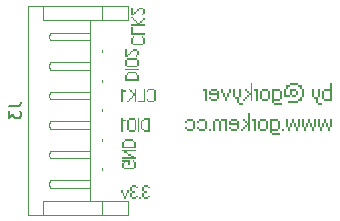
<source format=gbo>
%TF.GenerationSoftware,KiCad,Pcbnew,9.0.2*%
%TF.CreationDate,2026-01-19T19:13:51-08:00*%
%TF.ProjectId,OrreryMod,4f727265-7279-44d6-9f64-2e6b69636164,rev?*%
%TF.SameCoordinates,Original*%
%TF.FileFunction,Legend,Bot*%
%TF.FilePolarity,Positive*%
%FSLAX46Y46*%
G04 Gerber Fmt 4.6, Leading zero omitted, Abs format (unit mm)*
G04 Created by KiCad (PCBNEW 9.0.2) date 2026-01-19 19:13:51*
%MOMM*%
%LPD*%
G01*
G04 APERTURE LIST*
%ADD10C,0.100000*%
%ADD11C,0.150000*%
%ADD12C,0.120000*%
G04 APERTURE END LIST*
D10*
G36*
X84420000Y-93871039D02*
G01*
X84547555Y-93871039D01*
X84547555Y-93363014D01*
X84420000Y-93363014D01*
X84420000Y-93871039D01*
G37*
G36*
X84547555Y-93363014D02*
G01*
X84674012Y-93363014D01*
X84674012Y-93235886D01*
X84547555Y-93235886D01*
X84547555Y-93363014D01*
G37*
G36*
X84547555Y-94000000D02*
G01*
X85439958Y-94000000D01*
X85439958Y-93872871D01*
X84547555Y-93872871D01*
X84547555Y-94000000D01*
G37*
G36*
X85312402Y-93363014D02*
G01*
X85439958Y-93363014D01*
X85439958Y-93235886D01*
X85312402Y-93235886D01*
X85312402Y-93363014D01*
G37*
G36*
X85441362Y-93871039D02*
G01*
X85568918Y-93871039D01*
X85568918Y-93363014D01*
X85441362Y-93363014D01*
X85441362Y-93871039D01*
G37*
G36*
X84420000Y-93109979D02*
G01*
X85568918Y-93109979D01*
X85568918Y-92982850D01*
X84547555Y-92982850D01*
X84547555Y-92472993D01*
X84420000Y-92472993D01*
X84420000Y-93109979D01*
G37*
G36*
X84420000Y-91709979D02*
G01*
X84547555Y-91709979D01*
X84547555Y-91582850D01*
X84420000Y-91582850D01*
X84420000Y-91709979D01*
G37*
G36*
X84547555Y-91837107D02*
G01*
X84674012Y-91837107D01*
X84674012Y-91709979D01*
X84547555Y-91709979D01*
X84547555Y-91837107D01*
G37*
G36*
X84675416Y-91965823D02*
G01*
X84802972Y-91965823D01*
X84802972Y-91838939D01*
X84675416Y-91838939D01*
X84675416Y-91965823D01*
G37*
G36*
X84802972Y-92092646D02*
G01*
X84930528Y-92092646D01*
X84930528Y-91965823D01*
X84802972Y-91965823D01*
X84802972Y-92092646D01*
G37*
G36*
X85185945Y-92092646D02*
G01*
X85313501Y-92092646D01*
X85313501Y-91965823D01*
X85185945Y-91965823D01*
X85185945Y-92092646D01*
G37*
G36*
X85313501Y-91965823D02*
G01*
X85439958Y-91965823D01*
X85439958Y-91838939D01*
X85313501Y-91838939D01*
X85313501Y-91965823D01*
G37*
G36*
X84420000Y-92346964D02*
G01*
X85568918Y-92346964D01*
X85568918Y-92219836D01*
X85185945Y-92219836D01*
X85185945Y-92092646D01*
X84931933Y-92092646D01*
X84931933Y-92219836D01*
X84420000Y-92219836D01*
X84420000Y-92346964D01*
G37*
G36*
X85441362Y-91837107D02*
G01*
X85568918Y-91837107D01*
X85568918Y-91709979D01*
X85441362Y-91709979D01*
X85441362Y-91837107D01*
G37*
G36*
X84420000Y-91456943D02*
G01*
X84675416Y-91456943D01*
X84675416Y-91329815D01*
X84547555Y-91329815D01*
X84547555Y-90819958D01*
X84420000Y-90819958D01*
X84420000Y-91456943D01*
G37*
G36*
X84675416Y-91329815D02*
G01*
X84802972Y-91329815D01*
X84802972Y-91202930D01*
X84675416Y-91202930D01*
X84675416Y-91329815D01*
G37*
G36*
X84802972Y-91202930D02*
G01*
X84930528Y-91202930D01*
X84930528Y-91075802D01*
X84802972Y-91075802D01*
X84802972Y-91202930D01*
G37*
G36*
X84930528Y-91075802D02*
G01*
X85056985Y-91075802D01*
X85056985Y-90948918D01*
X84930528Y-90948918D01*
X84930528Y-91075802D01*
G37*
G36*
X85312402Y-91456943D02*
G01*
X85439958Y-91456943D01*
X85439958Y-91329815D01*
X85312402Y-91329815D01*
X85312402Y-91456943D01*
G37*
G36*
X85056985Y-90947086D02*
G01*
X85439958Y-90947086D01*
X85439958Y-90819958D01*
X85056985Y-90819958D01*
X85056985Y-90947086D01*
G37*
G36*
X85441362Y-91329815D02*
G01*
X85568918Y-91329815D01*
X85568918Y-90948918D01*
X85441362Y-90948918D01*
X85441362Y-91329815D01*
G37*
G36*
X84047555Y-96490143D02*
G01*
X84174012Y-96490143D01*
X84174012Y-96363014D01*
X84047555Y-96363014D01*
X84047555Y-96490143D01*
G37*
G36*
X84174012Y-96363014D02*
G01*
X84810997Y-96363014D01*
X84810997Y-96235886D01*
X84174012Y-96235886D01*
X84174012Y-96363014D01*
G37*
G36*
X84812402Y-96490143D02*
G01*
X84939958Y-96490143D01*
X84939958Y-96363014D01*
X84812402Y-96363014D01*
X84812402Y-96490143D01*
G37*
G36*
X83920000Y-97000000D02*
G01*
X85068918Y-97000000D01*
X85068918Y-96490143D01*
X84941362Y-96490143D01*
X84941362Y-96872871D01*
X84047555Y-96872871D01*
X84047555Y-96490143D01*
X83920000Y-96490143D01*
X83920000Y-97000000D01*
G37*
G36*
X83920000Y-96109979D02*
G01*
X85068918Y-96109979D01*
X85068918Y-95982850D01*
X83920000Y-95982850D01*
X83920000Y-96109979D01*
G37*
G36*
X83920000Y-95727006D02*
G01*
X84047555Y-95727006D01*
X84047555Y-95218981D01*
X83920000Y-95218981D01*
X83920000Y-95727006D01*
G37*
G36*
X84047555Y-95855966D02*
G01*
X84939958Y-95855966D01*
X84939958Y-95728838D01*
X84047555Y-95728838D01*
X84047555Y-95855966D01*
G37*
G36*
X84047555Y-95218981D02*
G01*
X84939958Y-95218981D01*
X84939958Y-95091852D01*
X84047555Y-95091852D01*
X84047555Y-95218981D01*
G37*
G36*
X84941362Y-95727006D02*
G01*
X85068918Y-95727006D01*
X85068918Y-95218981D01*
X84941362Y-95218981D01*
X84941362Y-95727006D01*
G37*
G36*
X83920000Y-94965945D02*
G01*
X84175416Y-94965945D01*
X84175416Y-94838817D01*
X84047555Y-94838817D01*
X84047555Y-94328960D01*
X83920000Y-94328960D01*
X83920000Y-94965945D01*
G37*
G36*
X84175416Y-94838817D02*
G01*
X84302972Y-94838817D01*
X84302972Y-94711933D01*
X84175416Y-94711933D01*
X84175416Y-94838817D01*
G37*
G36*
X84302972Y-94711933D02*
G01*
X84430528Y-94711933D01*
X84430528Y-94584804D01*
X84302972Y-94584804D01*
X84302972Y-94711933D01*
G37*
G36*
X84430528Y-94584804D02*
G01*
X84556985Y-94584804D01*
X84556985Y-94457920D01*
X84430528Y-94457920D01*
X84430528Y-94584804D01*
G37*
G36*
X84812402Y-94965945D02*
G01*
X84939958Y-94965945D01*
X84939958Y-94838817D01*
X84812402Y-94838817D01*
X84812402Y-94965945D01*
G37*
G36*
X84556985Y-94456088D02*
G01*
X84939958Y-94456088D01*
X84939958Y-94328960D01*
X84556985Y-94328960D01*
X84556985Y-94456088D01*
G37*
G36*
X84941362Y-94838817D02*
G01*
X85068918Y-94838817D01*
X85068918Y-94457920D01*
X84941362Y-94457920D01*
X84941362Y-94838817D01*
G37*
G36*
X86371039Y-98830000D02*
G01*
X86371039Y-98702444D01*
X85863014Y-98702444D01*
X85863014Y-98830000D01*
X86371039Y-98830000D01*
G37*
G36*
X85863014Y-98702444D02*
G01*
X85863014Y-98575987D01*
X85735886Y-98575987D01*
X85735886Y-98702444D01*
X85863014Y-98702444D01*
G37*
G36*
X86500000Y-98702444D02*
G01*
X86500000Y-97810041D01*
X86372871Y-97810041D01*
X86372871Y-98702444D01*
X86500000Y-98702444D01*
G37*
G36*
X85863014Y-97937597D02*
G01*
X85863014Y-97810041D01*
X85735886Y-97810041D01*
X85735886Y-97937597D01*
X85863014Y-97937597D01*
G37*
G36*
X86371039Y-97808637D02*
G01*
X86371039Y-97681081D01*
X85863014Y-97681081D01*
X85863014Y-97808637D01*
X86371039Y-97808637D01*
G37*
G36*
X85609979Y-98830000D02*
G01*
X85609979Y-97681081D01*
X85482850Y-97681081D01*
X85482850Y-98702444D01*
X84972993Y-98702444D01*
X84972993Y-98830000D01*
X85609979Y-98830000D01*
G37*
G36*
X84209979Y-98830000D02*
G01*
X84209979Y-98702444D01*
X84082850Y-98702444D01*
X84082850Y-98830000D01*
X84209979Y-98830000D01*
G37*
G36*
X84337107Y-98702444D02*
G01*
X84337107Y-98575987D01*
X84209979Y-98575987D01*
X84209979Y-98702444D01*
X84337107Y-98702444D01*
G37*
G36*
X84465823Y-98574583D02*
G01*
X84465823Y-98447027D01*
X84338939Y-98447027D01*
X84338939Y-98574583D01*
X84465823Y-98574583D01*
G37*
G36*
X84592646Y-98447027D02*
G01*
X84592646Y-98319471D01*
X84465823Y-98319471D01*
X84465823Y-98447027D01*
X84592646Y-98447027D01*
G37*
G36*
X84592646Y-98064054D02*
G01*
X84592646Y-97936498D01*
X84465823Y-97936498D01*
X84465823Y-98064054D01*
X84592646Y-98064054D01*
G37*
G36*
X84465823Y-97936498D02*
G01*
X84465823Y-97810041D01*
X84338939Y-97810041D01*
X84338939Y-97936498D01*
X84465823Y-97936498D01*
G37*
G36*
X84846964Y-98830000D02*
G01*
X84846964Y-97681081D01*
X84719836Y-97681081D01*
X84719836Y-98064054D01*
X84592646Y-98064054D01*
X84592646Y-98318066D01*
X84719836Y-98318066D01*
X84719836Y-98830000D01*
X84846964Y-98830000D01*
G37*
G36*
X84337107Y-97808637D02*
G01*
X84337107Y-97681081D01*
X84209979Y-97681081D01*
X84209979Y-97808637D01*
X84337107Y-97808637D01*
G37*
G36*
X83702930Y-98830000D02*
G01*
X83702930Y-97937597D01*
X83956943Y-97937597D01*
X83956943Y-97810041D01*
X83702930Y-97810041D01*
X83702930Y-97681081D01*
X83575802Y-97681081D01*
X83575802Y-98830000D01*
X83702930Y-98830000D01*
G37*
G36*
X85490143Y-101202444D02*
G01*
X85490143Y-101075987D01*
X85363014Y-101075987D01*
X85363014Y-101202444D01*
X85490143Y-101202444D01*
G37*
G36*
X85363014Y-101075987D02*
G01*
X85363014Y-100439002D01*
X85235886Y-100439002D01*
X85235886Y-101075987D01*
X85363014Y-101075987D01*
G37*
G36*
X85490143Y-100437597D02*
G01*
X85490143Y-100310041D01*
X85363014Y-100310041D01*
X85363014Y-100437597D01*
X85490143Y-100437597D01*
G37*
G36*
X86000000Y-101330000D02*
G01*
X86000000Y-100181081D01*
X85490143Y-100181081D01*
X85490143Y-100308637D01*
X85872871Y-100308637D01*
X85872871Y-101202444D01*
X85490143Y-101202444D01*
X85490143Y-101330000D01*
X86000000Y-101330000D01*
G37*
G36*
X85109979Y-101330000D02*
G01*
X85109979Y-100181081D01*
X84982850Y-100181081D01*
X84982850Y-101330000D01*
X85109979Y-101330000D01*
G37*
G36*
X84727006Y-101330000D02*
G01*
X84727006Y-101202444D01*
X84218981Y-101202444D01*
X84218981Y-101330000D01*
X84727006Y-101330000D01*
G37*
G36*
X84855966Y-101202444D02*
G01*
X84855966Y-100310041D01*
X84728838Y-100310041D01*
X84728838Y-101202444D01*
X84855966Y-101202444D01*
G37*
G36*
X84218981Y-101202444D02*
G01*
X84218981Y-100310041D01*
X84091852Y-100310041D01*
X84091852Y-101202444D01*
X84218981Y-101202444D01*
G37*
G36*
X84727006Y-100308637D02*
G01*
X84727006Y-100181081D01*
X84218981Y-100181081D01*
X84218981Y-100308637D01*
X84727006Y-100308637D01*
G37*
G36*
X83711933Y-101330000D02*
G01*
X83711933Y-100437597D01*
X83965945Y-100437597D01*
X83965945Y-100310041D01*
X83711933Y-100310041D01*
X83711933Y-100181081D01*
X83584804Y-100181081D01*
X83584804Y-101330000D01*
X83711933Y-101330000D01*
G37*
G36*
X83670000Y-104372871D02*
G01*
X83797555Y-104372871D01*
X83797555Y-103991974D01*
X83670000Y-103991974D01*
X83670000Y-104372871D01*
G37*
G36*
X83670000Y-103863014D02*
G01*
X83797555Y-103863014D01*
X83797555Y-103991974D01*
X83924012Y-103991974D01*
X83924012Y-103863014D01*
X84179429Y-103863014D01*
X84179429Y-104118797D01*
X84306985Y-104118797D01*
X84306985Y-103735886D01*
X83670000Y-103735886D01*
X83670000Y-103863014D01*
G37*
G36*
X83797555Y-104500000D02*
G01*
X84689958Y-104500000D01*
X84689958Y-104372871D01*
X83797555Y-104372871D01*
X83797555Y-104500000D01*
G37*
G36*
X84562402Y-103863014D02*
G01*
X84689958Y-103863014D01*
X84689958Y-103735886D01*
X84562402Y-103735886D01*
X84562402Y-103863014D01*
G37*
G36*
X84691362Y-104372871D02*
G01*
X84818918Y-104372871D01*
X84818918Y-103864846D01*
X84691362Y-103864846D01*
X84691362Y-104372871D01*
G37*
G36*
X84052972Y-103228838D02*
G01*
X84180528Y-103228838D01*
X84180528Y-103101953D01*
X84052972Y-103101953D01*
X84052972Y-103228838D01*
G37*
G36*
X84181933Y-103355661D02*
G01*
X84435945Y-103355661D01*
X84435945Y-103228838D01*
X84181933Y-103228838D01*
X84181933Y-103355661D01*
G37*
G36*
X83670000Y-103609979D02*
G01*
X84818918Y-103609979D01*
X84818918Y-103482850D01*
X84689958Y-103482850D01*
X84689958Y-103355661D01*
X84435945Y-103355661D01*
X84435945Y-103482850D01*
X83670000Y-103482850D01*
X83670000Y-103609979D01*
G37*
G36*
X83670000Y-102972993D02*
G01*
X83798960Y-102972993D01*
X83798960Y-103101953D01*
X84052972Y-103101953D01*
X84052972Y-102972993D01*
X84818918Y-102972993D01*
X84818918Y-102845865D01*
X83670000Y-102845865D01*
X83670000Y-102972993D01*
G37*
G36*
X83797555Y-102210101D02*
G01*
X83924012Y-102210101D01*
X83924012Y-102082972D01*
X83797555Y-102082972D01*
X83797555Y-102210101D01*
G37*
G36*
X83924012Y-102082972D02*
G01*
X84560997Y-102082972D01*
X84560997Y-101955844D01*
X83924012Y-101955844D01*
X83924012Y-102082972D01*
G37*
G36*
X84562402Y-102210101D02*
G01*
X84689958Y-102210101D01*
X84689958Y-102082972D01*
X84562402Y-102082972D01*
X84562402Y-102210101D01*
G37*
G36*
X83670000Y-102719958D02*
G01*
X84818918Y-102719958D01*
X84818918Y-102210101D01*
X84691362Y-102210101D01*
X84691362Y-102592829D01*
X83797555Y-102592829D01*
X83797555Y-102210101D01*
X83670000Y-102210101D01*
X83670000Y-102719958D01*
G37*
G36*
X85872871Y-106970000D02*
G01*
X85872871Y-106842444D01*
X85491974Y-106842444D01*
X85491974Y-106970000D01*
X85872871Y-106970000D01*
G37*
G36*
X86000000Y-106842444D02*
G01*
X86000000Y-106715987D01*
X85872871Y-106715987D01*
X85872871Y-106842444D01*
X86000000Y-106842444D01*
G37*
G36*
X85490143Y-106842444D02*
G01*
X85490143Y-106459471D01*
X85363014Y-106459471D01*
X85363014Y-106842444D01*
X85490143Y-106842444D01*
G37*
G36*
X85745987Y-106459471D02*
G01*
X85745987Y-106333014D01*
X85491974Y-106333014D01*
X85491974Y-106459471D01*
X85745987Y-106459471D01*
G37*
G36*
X86000000Y-106077597D02*
G01*
X86000000Y-105950041D01*
X85872871Y-105950041D01*
X85872871Y-106077597D01*
X86000000Y-106077597D01*
G37*
G36*
X85490143Y-106333014D02*
G01*
X85490143Y-105950041D01*
X85363014Y-105950041D01*
X85363014Y-106333014D01*
X85490143Y-106333014D01*
G37*
G36*
X85872871Y-105948637D02*
G01*
X85872871Y-105821081D01*
X85491974Y-105821081D01*
X85491974Y-105948637D01*
X85872871Y-105948637D01*
G37*
G36*
X85236985Y-106970000D02*
G01*
X85236985Y-106842444D01*
X85109856Y-106842444D01*
X85109856Y-106970000D01*
X85236985Y-106970000D01*
G37*
G36*
X84855844Y-106970000D02*
G01*
X84855844Y-106842444D01*
X84474947Y-106842444D01*
X84474947Y-106970000D01*
X84855844Y-106970000D01*
G37*
G36*
X84982972Y-106842444D02*
G01*
X84982972Y-106715987D01*
X84855844Y-106715987D01*
X84855844Y-106842444D01*
X84982972Y-106842444D01*
G37*
G36*
X84473115Y-106842444D02*
G01*
X84473115Y-106459471D01*
X84345987Y-106459471D01*
X84345987Y-106842444D01*
X84473115Y-106842444D01*
G37*
G36*
X84728960Y-106459471D02*
G01*
X84728960Y-106333014D01*
X84474947Y-106333014D01*
X84474947Y-106459471D01*
X84728960Y-106459471D01*
G37*
G36*
X84982972Y-106077597D02*
G01*
X84982972Y-105950041D01*
X84855844Y-105950041D01*
X84855844Y-106077597D01*
X84982972Y-106077597D01*
G37*
G36*
X84473115Y-106333014D02*
G01*
X84473115Y-105950041D01*
X84345987Y-105950041D01*
X84345987Y-106333014D01*
X84473115Y-106333014D01*
G37*
G36*
X84855844Y-105948637D02*
G01*
X84855844Y-105821081D01*
X84474947Y-105821081D01*
X84474947Y-105948637D01*
X84855844Y-105948637D01*
G37*
G36*
X83965945Y-106970000D02*
G01*
X83965945Y-106715987D01*
X83838817Y-106715987D01*
X83838817Y-106970000D01*
X83965945Y-106970000D01*
G37*
G36*
X84092829Y-106715987D02*
G01*
X84092829Y-106461974D01*
X83965945Y-106461974D01*
X83965945Y-106715987D01*
X84092829Y-106715987D01*
G37*
G36*
X83838817Y-106715987D02*
G01*
X83838817Y-106461974D01*
X83711933Y-106461974D01*
X83711933Y-106715987D01*
X83838817Y-106715987D01*
G37*
G36*
X84219958Y-106458066D02*
G01*
X84219958Y-106204054D01*
X84092829Y-106204054D01*
X84092829Y-106458066D01*
X84219958Y-106458066D01*
G37*
G36*
X83710101Y-106458066D02*
G01*
X83710101Y-106204054D01*
X83582972Y-106204054D01*
X83582972Y-106458066D01*
X83710101Y-106458066D01*
G37*
G36*
X101416102Y-97212648D02*
G01*
X101248216Y-97212648D01*
X101248216Y-97716765D01*
X100744556Y-97716765D01*
X100744556Y-97886758D01*
X100576670Y-97886758D01*
X100576670Y-98555006D01*
X100744556Y-98555006D01*
X100744556Y-97886758D01*
X101248216Y-97886758D01*
X101248216Y-98555006D01*
X100744556Y-98555006D01*
X100744556Y-98725000D01*
X101416102Y-98725000D01*
X101416102Y-97212648D01*
G37*
G36*
X100241447Y-98385013D02*
G01*
X100409333Y-98390875D01*
X100409333Y-97716765D01*
X100241447Y-97716765D01*
X100241447Y-98385013D01*
X99905674Y-98390875D01*
X99905674Y-98560868D01*
X100073560Y-98560868D01*
X100073560Y-98889131D01*
X100241447Y-98889131D01*
X100241447Y-98385013D01*
G37*
G36*
X99905674Y-97716765D02*
G01*
X99737787Y-97716765D01*
X99737787Y-98385013D01*
X99905674Y-98390875D01*
X99905674Y-97716765D01*
G37*
G36*
X100577128Y-98889131D02*
G01*
X100241447Y-98889131D01*
X100241447Y-99059124D01*
X100577128Y-99059124D01*
X100577128Y-98889131D01*
G37*
G36*
X97891769Y-97382641D02*
G01*
X98563315Y-97382641D01*
X98563315Y-97212648D01*
X97891769Y-97212648D01*
X97891769Y-97382641D01*
X97555997Y-97382641D01*
X97555997Y-97716765D01*
X97388110Y-97716765D01*
X97388110Y-98390875D01*
X97891769Y-98390875D01*
X97891769Y-98220882D01*
X98059656Y-98220882D01*
X98059656Y-97886758D01*
X98395429Y-97886758D01*
X98395429Y-97716765D01*
X97891769Y-97716765D01*
X97891769Y-98220882D01*
X97555997Y-98220882D01*
X97555997Y-97716765D01*
X97723883Y-97716765D01*
X97723883Y-97552634D01*
X97891769Y-97552634D01*
X97891769Y-97382641D01*
G37*
G36*
X98899088Y-98390875D02*
G01*
X99066974Y-98390875D01*
X99066974Y-97716765D01*
X98899088Y-97716765D01*
X98899088Y-98390875D01*
X98731202Y-98390875D01*
X98731202Y-98555006D01*
X98563315Y-98555006D01*
X98563315Y-98725000D01*
X97723883Y-98725000D01*
X97723883Y-98894993D01*
X98563315Y-98894993D01*
X98563315Y-98725000D01*
X98899088Y-98725000D01*
X98899088Y-98390875D01*
G37*
G36*
X98563315Y-97886758D02*
G01*
X98395429Y-97886758D01*
X98395429Y-98220882D01*
X98059656Y-98220882D01*
X98059656Y-98390875D01*
X98395429Y-98390875D01*
X98395429Y-98220882D01*
X98563315Y-98220882D01*
X98563315Y-97886758D01*
G37*
G36*
X98899088Y-97382641D02*
G01*
X98563315Y-97382641D01*
X98563315Y-97552634D01*
X98731202Y-97552634D01*
X98731202Y-97716765D01*
X98899088Y-97716765D01*
X98899088Y-97382641D01*
G37*
G36*
X97051147Y-98555006D02*
G01*
X97219033Y-98555006D01*
X97219033Y-97886758D01*
X97051147Y-97886758D01*
X97051147Y-98555006D01*
X96547487Y-98555006D01*
X96547487Y-97886758D01*
X97051147Y-97886758D01*
X97051147Y-97716765D01*
X96379601Y-97716765D01*
X96379601Y-98889131D01*
X96547487Y-98889131D01*
X96547487Y-98725000D01*
X97051147Y-98725000D01*
X97051147Y-98555006D01*
G37*
G36*
X97219033Y-98889131D02*
G01*
X96547487Y-98889131D01*
X96547487Y-99059124D01*
X97219033Y-99059124D01*
X97219033Y-98889131D01*
G37*
G36*
X96212264Y-97886758D02*
G01*
X96044378Y-97886758D01*
X96044378Y-98555006D01*
X96212264Y-98555006D01*
X96212264Y-97886758D01*
G37*
G36*
X96044378Y-98555006D02*
G01*
X95540718Y-98555006D01*
X95540718Y-98725000D01*
X96044378Y-98725000D01*
X96044378Y-98555006D01*
G37*
G36*
X96044378Y-97716765D02*
G01*
X95540718Y-97716765D01*
X95540718Y-97886758D01*
X96044378Y-97886758D01*
X96044378Y-97716765D01*
G37*
G36*
X95540718Y-97886758D02*
G01*
X95372832Y-97886758D01*
X95372832Y-98555006D01*
X95540718Y-98555006D01*
X95540718Y-97886758D01*
G37*
G36*
X95205495Y-97716765D02*
G01*
X94869722Y-97716765D01*
X94869722Y-97886758D01*
X95037609Y-97886758D01*
X95037609Y-98725000D01*
X95205495Y-98725000D01*
X95205495Y-97716765D01*
G37*
G36*
X94367070Y-98220882D02*
G01*
X94534957Y-98220882D01*
X94534957Y-98725000D01*
X94702843Y-98725000D01*
X94702843Y-97212648D01*
X94534957Y-97212648D01*
X94534957Y-98050889D01*
X94367070Y-98050889D01*
X94367070Y-98220882D01*
X94199184Y-98220882D01*
X94199184Y-98390875D01*
X94031297Y-98385013D01*
X94031297Y-98555006D01*
X93863411Y-98555006D01*
X93863411Y-98725000D01*
X94031297Y-98725000D01*
X94031297Y-98555006D01*
X94199184Y-98555006D01*
X94199184Y-98385013D01*
X94367070Y-98390875D01*
X94367070Y-98220882D01*
G37*
G36*
X94199184Y-97716765D02*
G01*
X94031297Y-97716765D01*
X94031297Y-97886758D01*
X94199184Y-97886758D01*
X94199184Y-97716765D01*
G37*
G36*
X94367070Y-97886758D02*
G01*
X94199184Y-97886758D01*
X94199184Y-98050889D01*
X94367070Y-98050889D01*
X94367070Y-97886758D01*
G37*
G36*
X93528188Y-98385013D02*
G01*
X93696074Y-98390875D01*
X93696074Y-97716765D01*
X93528188Y-97716765D01*
X93528188Y-98385013D01*
X93192415Y-98390875D01*
X93192415Y-98560868D01*
X93360301Y-98560868D01*
X93360301Y-98889131D01*
X93528188Y-98889131D01*
X93528188Y-98385013D01*
G37*
G36*
X93192415Y-97716765D02*
G01*
X93024528Y-97716765D01*
X93024528Y-98385013D01*
X93192415Y-98390875D01*
X93192415Y-97716765D01*
G37*
G36*
X93863869Y-98889131D02*
G01*
X93528188Y-98889131D01*
X93528188Y-99059124D01*
X93863869Y-99059124D01*
X93863869Y-98889131D01*
G37*
G36*
X92856367Y-97716765D02*
G01*
X92688481Y-97716765D01*
X92688481Y-98050889D01*
X92856367Y-98050889D01*
X92856367Y-97716765D01*
G37*
G36*
X92688481Y-98050889D02*
G01*
X92520594Y-98056751D01*
X92520594Y-98390875D01*
X92688481Y-98390875D01*
X92688481Y-98050889D01*
G37*
G36*
X92520594Y-98390875D02*
G01*
X92352708Y-98390875D01*
X92352708Y-98725000D01*
X92520594Y-98725000D01*
X92520594Y-98390875D01*
G37*
G36*
X92352708Y-98050889D02*
G01*
X92184822Y-98056751D01*
X92184822Y-98390875D01*
X92352708Y-98390875D01*
X92352708Y-98050889D01*
G37*
G36*
X92184822Y-97716765D02*
G01*
X92016935Y-97716765D01*
X92016935Y-98050889D01*
X92184822Y-98056751D01*
X92184822Y-97716765D01*
G37*
G36*
X91681712Y-98555006D02*
G01*
X91849598Y-98555006D01*
X91849598Y-97886758D01*
X91681712Y-97886758D01*
X91681712Y-98050889D01*
X91178053Y-98050889D01*
X91178053Y-97886758D01*
X91681712Y-97886758D01*
X91681712Y-97716765D01*
X91178053Y-97716765D01*
X91178053Y-97886758D01*
X91010166Y-97886758D01*
X91010166Y-98220882D01*
X91681712Y-98220882D01*
X91681712Y-98555006D01*
X91178053Y-98555006D01*
X91178053Y-98725000D01*
X91681712Y-98725000D01*
X91681712Y-98555006D01*
G37*
G36*
X91178053Y-98385013D02*
G01*
X91010166Y-98385013D01*
X91010166Y-98555006D01*
X91178053Y-98555006D01*
X91178053Y-98385013D01*
G37*
G36*
X90842829Y-97716765D02*
G01*
X90507056Y-97716765D01*
X90507056Y-97886758D01*
X90674943Y-97886758D01*
X90674943Y-98725000D01*
X90842829Y-98725000D01*
X90842829Y-97716765D01*
G37*
G36*
X101416102Y-100236765D02*
G01*
X101248216Y-100236765D01*
X101248216Y-100910875D01*
X101416102Y-100910875D01*
X101416102Y-100236765D01*
G37*
G36*
X101248216Y-100910875D02*
G01*
X101080329Y-100910875D01*
X101080329Y-101245000D01*
X101248216Y-101245000D01*
X101248216Y-100910875D01*
G37*
G36*
X101080329Y-100570889D02*
G01*
X100912443Y-100570889D01*
X100912443Y-100910875D01*
X101080329Y-100910875D01*
X101080329Y-100570889D01*
G37*
G36*
X100912443Y-100236765D02*
G01*
X100744556Y-100236765D01*
X100744556Y-100570889D01*
X100912443Y-100570889D01*
X100912443Y-100236765D01*
G37*
G36*
X100744556Y-100570889D02*
G01*
X100576670Y-100570889D01*
X100576670Y-100910875D01*
X100744556Y-100910875D01*
X100744556Y-100570889D01*
G37*
G36*
X100576670Y-100910875D02*
G01*
X100408784Y-100910875D01*
X100408784Y-101245000D01*
X100576670Y-101245000D01*
X100576670Y-100910875D01*
G37*
G36*
X100408784Y-100236765D02*
G01*
X100240897Y-100236765D01*
X100240897Y-100910875D01*
X100408784Y-100910875D01*
X100408784Y-100236765D01*
G37*
G36*
X100072278Y-100236765D02*
G01*
X99904392Y-100236765D01*
X99904392Y-100910875D01*
X100072278Y-100910875D01*
X100072278Y-100236765D01*
G37*
G36*
X99904392Y-100910875D02*
G01*
X99736505Y-100910875D01*
X99736505Y-101245000D01*
X99904392Y-101245000D01*
X99904392Y-100910875D01*
G37*
G36*
X99736505Y-100570889D02*
G01*
X99568619Y-100570889D01*
X99568619Y-100910875D01*
X99736505Y-100910875D01*
X99736505Y-100570889D01*
G37*
G36*
X99568619Y-100236765D02*
G01*
X99400732Y-100236765D01*
X99400732Y-100570889D01*
X99568619Y-100570889D01*
X99568619Y-100236765D01*
G37*
G36*
X99400732Y-100570889D02*
G01*
X99232846Y-100570889D01*
X99232846Y-100910875D01*
X99400732Y-100910875D01*
X99400732Y-100570889D01*
G37*
G36*
X99232846Y-100910875D02*
G01*
X99064959Y-100910875D01*
X99064959Y-101245000D01*
X99232846Y-101245000D01*
X99232846Y-100910875D01*
G37*
G36*
X99064959Y-100236765D02*
G01*
X98897073Y-100236765D01*
X98897073Y-100910875D01*
X99064959Y-100910875D01*
X99064959Y-100236765D01*
G37*
G36*
X98728454Y-100236765D02*
G01*
X98560567Y-100236765D01*
X98560567Y-100910875D01*
X98728454Y-100910875D01*
X98728454Y-100236765D01*
G37*
G36*
X98560567Y-100910875D02*
G01*
X98392681Y-100910875D01*
X98392681Y-101245000D01*
X98560567Y-101245000D01*
X98560567Y-100910875D01*
G37*
G36*
X98392681Y-100570889D02*
G01*
X98224795Y-100570889D01*
X98224795Y-100910875D01*
X98392681Y-100910875D01*
X98392681Y-100570889D01*
G37*
G36*
X98224795Y-100236765D02*
G01*
X98056908Y-100236765D01*
X98056908Y-100570889D01*
X98224795Y-100570889D01*
X98224795Y-100236765D01*
G37*
G36*
X98056908Y-100570889D02*
G01*
X97889022Y-100570889D01*
X97889022Y-100910875D01*
X98056908Y-100910875D01*
X98056908Y-100570889D01*
G37*
G36*
X97889022Y-100910875D02*
G01*
X97721135Y-100910875D01*
X97721135Y-101245000D01*
X97889022Y-101245000D01*
X97889022Y-100910875D01*
G37*
G36*
X97721135Y-100236765D02*
G01*
X97553249Y-100236765D01*
X97553249Y-100910875D01*
X97721135Y-100910875D01*
X97721135Y-100236765D01*
G37*
G36*
X97384630Y-101075006D02*
G01*
X97216743Y-101075006D01*
X97216743Y-101245000D01*
X97384630Y-101245000D01*
X97384630Y-101075006D01*
G37*
G36*
X96881154Y-101075006D02*
G01*
X97049040Y-101075006D01*
X97049040Y-100406758D01*
X96881154Y-100406758D01*
X96881154Y-101075006D01*
X96377494Y-101075006D01*
X96377494Y-100406758D01*
X96881154Y-100406758D01*
X96881154Y-100236765D01*
X96209608Y-100236765D01*
X96209608Y-101409131D01*
X96377494Y-101409131D01*
X96377494Y-101245000D01*
X96881154Y-101245000D01*
X96881154Y-101075006D01*
G37*
G36*
X97049040Y-101409131D02*
G01*
X96377494Y-101409131D01*
X96377494Y-101579124D01*
X97049040Y-101579124D01*
X97049040Y-101409131D01*
G37*
G36*
X96042271Y-100406758D02*
G01*
X95874385Y-100406758D01*
X95874385Y-101075006D01*
X96042271Y-101075006D01*
X96042271Y-100406758D01*
G37*
G36*
X95874385Y-101075006D02*
G01*
X95370725Y-101075006D01*
X95370725Y-101245000D01*
X95874385Y-101245000D01*
X95874385Y-101075006D01*
G37*
G36*
X95874385Y-100236765D02*
G01*
X95370725Y-100236765D01*
X95370725Y-100406758D01*
X95874385Y-100406758D01*
X95874385Y-100236765D01*
G37*
G36*
X95370725Y-100406758D02*
G01*
X95202839Y-100406758D01*
X95202839Y-101075006D01*
X95370725Y-101075006D01*
X95370725Y-100406758D01*
G37*
G36*
X95035502Y-100236765D02*
G01*
X94699729Y-100236765D01*
X94699729Y-100406758D01*
X94867616Y-100406758D01*
X94867616Y-101245000D01*
X95035502Y-101245000D01*
X95035502Y-100236765D01*
G37*
G36*
X94197077Y-100740882D02*
G01*
X94364964Y-100740882D01*
X94364964Y-101245000D01*
X94532850Y-101245000D01*
X94532850Y-99732648D01*
X94364964Y-99732648D01*
X94364964Y-100570889D01*
X94197077Y-100570889D01*
X94197077Y-100740882D01*
X94029191Y-100740882D01*
X94029191Y-100910875D01*
X93861304Y-100905013D01*
X93861304Y-101075006D01*
X93693418Y-101075006D01*
X93693418Y-101245000D01*
X93861304Y-101245000D01*
X93861304Y-101075006D01*
X94029191Y-101075006D01*
X94029191Y-100905013D01*
X94197077Y-100910875D01*
X94197077Y-100740882D01*
G37*
G36*
X94029191Y-100236765D02*
G01*
X93861304Y-100236765D01*
X93861304Y-100406758D01*
X94029191Y-100406758D01*
X94029191Y-100236765D01*
G37*
G36*
X94197077Y-100406758D02*
G01*
X94029191Y-100406758D01*
X94029191Y-100570889D01*
X94197077Y-100570889D01*
X94197077Y-100406758D01*
G37*
G36*
X93358195Y-101075006D02*
G01*
X93526081Y-101075006D01*
X93526081Y-100406758D01*
X93358195Y-100406758D01*
X93358195Y-100570889D01*
X92854535Y-100570889D01*
X92854535Y-100406758D01*
X93358195Y-100406758D01*
X93358195Y-100236765D01*
X92854535Y-100236765D01*
X92854535Y-100406758D01*
X92686649Y-100406758D01*
X92686649Y-100740882D01*
X93358195Y-100740882D01*
X93358195Y-101075006D01*
X92854535Y-101075006D01*
X92854535Y-101245000D01*
X93358195Y-101245000D01*
X93358195Y-101075006D01*
G37*
G36*
X92854535Y-100905013D02*
G01*
X92686649Y-100905013D01*
X92686649Y-101075006D01*
X92854535Y-101075006D01*
X92854535Y-100905013D01*
G37*
G36*
X92015653Y-100406758D02*
G01*
X92351426Y-100406758D01*
X92351426Y-101245000D01*
X92519312Y-101245000D01*
X92519312Y-100236765D01*
X92015653Y-100236765D01*
X92015653Y-100406758D01*
X91847766Y-100406758D01*
X91847766Y-101245000D01*
X92015653Y-101245000D01*
X92015653Y-100406758D01*
G37*
G36*
X91847766Y-100236765D02*
G01*
X91511994Y-100236765D01*
X91511994Y-100406758D01*
X91344107Y-100406758D01*
X91344107Y-101245000D01*
X91511994Y-101245000D01*
X91511994Y-100406758D01*
X91847766Y-100406758D01*
X91847766Y-100236765D01*
G37*
G36*
X91175488Y-101075006D02*
G01*
X91007602Y-101075006D01*
X91007602Y-101245000D01*
X91175488Y-101245000D01*
X91175488Y-101075006D01*
G37*
G36*
X90839898Y-100406758D02*
G01*
X90672012Y-100406758D01*
X90672012Y-101075006D01*
X90839898Y-101075006D01*
X90839898Y-100406758D01*
G37*
G36*
X90672012Y-101075006D02*
G01*
X90168353Y-101075006D01*
X90168353Y-101245000D01*
X90672012Y-101245000D01*
X90672012Y-101075006D01*
G37*
G36*
X90672012Y-100236765D02*
G01*
X90168353Y-100236765D01*
X90168353Y-100406758D01*
X90672012Y-100406758D01*
X90672012Y-100236765D01*
G37*
G36*
X90168353Y-100406758D02*
G01*
X90000466Y-100406758D01*
X90000466Y-100576751D01*
X90168353Y-100576751D01*
X90168353Y-100406758D01*
G37*
G36*
X90168353Y-100905013D02*
G01*
X90000466Y-100905013D01*
X90000466Y-101075006D01*
X90168353Y-101075006D01*
X90168353Y-100905013D01*
G37*
G36*
X89833129Y-100406758D02*
G01*
X89665243Y-100406758D01*
X89665243Y-101075006D01*
X89833129Y-101075006D01*
X89833129Y-100406758D01*
G37*
G36*
X89665243Y-101075006D02*
G01*
X89161584Y-101075006D01*
X89161584Y-101245000D01*
X89665243Y-101245000D01*
X89665243Y-101075006D01*
G37*
G36*
X89665243Y-100236765D02*
G01*
X89161584Y-100236765D01*
X89161584Y-100406758D01*
X89665243Y-100406758D01*
X89665243Y-100236765D01*
G37*
G36*
X89161584Y-100406758D02*
G01*
X88993697Y-100406758D01*
X88993697Y-100576751D01*
X89161584Y-100576751D01*
X89161584Y-100406758D01*
G37*
G36*
X89161584Y-100905013D02*
G01*
X88993697Y-100905013D01*
X88993697Y-101075006D01*
X89161584Y-101075006D01*
X89161584Y-100905013D01*
G37*
D11*
X74087319Y-99166666D02*
X74801604Y-99166666D01*
X74801604Y-99166666D02*
X74944461Y-99119047D01*
X74944461Y-99119047D02*
X75039700Y-99023809D01*
X75039700Y-99023809D02*
X75087319Y-98880952D01*
X75087319Y-98880952D02*
X75087319Y-98785714D01*
X74087319Y-99547619D02*
X74087319Y-100166666D01*
X74087319Y-100166666D02*
X74468271Y-99833333D01*
X74468271Y-99833333D02*
X74468271Y-99976190D01*
X74468271Y-99976190D02*
X74515890Y-100071428D01*
X74515890Y-100071428D02*
X74563509Y-100119047D01*
X74563509Y-100119047D02*
X74658747Y-100166666D01*
X74658747Y-100166666D02*
X74896842Y-100166666D01*
X74896842Y-100166666D02*
X74992080Y-100119047D01*
X74992080Y-100119047D02*
X75039700Y-100071428D01*
X75039700Y-100071428D02*
X75087319Y-99976190D01*
X75087319Y-99976190D02*
X75087319Y-99690476D01*
X75087319Y-99690476D02*
X75039700Y-99595238D01*
X75039700Y-99595238D02*
X74992080Y-99547619D01*
D12*
%TO.C,J3*%
X75722500Y-90640000D02*
X75722500Y-108360000D01*
X76942500Y-90640000D02*
X76942500Y-91860000D01*
X84142500Y-90640000D02*
X75722500Y-90640000D01*
X76942500Y-91860000D02*
X81942500Y-91860000D01*
X80942500Y-91860000D02*
X80942500Y-107140000D01*
X81942500Y-91860000D02*
X81942500Y-90640000D01*
X81942500Y-91860000D02*
X84142500Y-91860000D01*
X84142500Y-91860000D02*
X84142500Y-90640000D01*
X77522500Y-92930000D02*
X77442500Y-93250000D01*
X80942500Y-92930000D02*
X77522500Y-92930000D01*
X77442500Y-93250000D02*
X77522500Y-93570000D01*
X80942500Y-93250000D02*
X80942500Y-92930000D01*
X77522500Y-93570000D02*
X80942500Y-93570000D01*
X80942500Y-93570000D02*
X80942500Y-93250000D01*
X81942500Y-94420000D02*
X81942500Y-94580000D01*
X77522500Y-95430000D02*
X77442500Y-95750000D01*
X80942500Y-95430000D02*
X77522500Y-95430000D01*
X77442500Y-95750000D02*
X77522500Y-96070000D01*
X80942500Y-95750000D02*
X80942500Y-95430000D01*
X77522500Y-96070000D02*
X80942500Y-96070000D01*
X80942500Y-96070000D02*
X80942500Y-95750000D01*
X81942500Y-96920000D02*
X81942500Y-97080000D01*
X77522500Y-97930000D02*
X77442500Y-98250000D01*
X80942500Y-97930000D02*
X77522500Y-97930000D01*
X77442500Y-98250000D02*
X77522500Y-98570000D01*
X80942500Y-98250000D02*
X80942500Y-97930000D01*
X77522500Y-98570000D02*
X80942500Y-98570000D01*
X80942500Y-98570000D02*
X80942500Y-98250000D01*
X81942500Y-99420000D02*
X81942500Y-99580000D01*
X77522500Y-100430000D02*
X77442500Y-100750000D01*
X80942500Y-100430000D02*
X77522500Y-100430000D01*
X77442500Y-100750000D02*
X77522500Y-101070000D01*
X80942500Y-100750000D02*
X80942500Y-100430000D01*
X77522500Y-101070000D02*
X80942500Y-101070000D01*
X80942500Y-101070000D02*
X80942500Y-100750000D01*
X81942500Y-101920000D02*
X81942500Y-102080000D01*
X77522500Y-102930000D02*
X77442500Y-103250000D01*
X80942500Y-102930000D02*
X77522500Y-102930000D01*
X77442500Y-103250000D02*
X77522500Y-103570000D01*
X80942500Y-103250000D02*
X80942500Y-102930000D01*
X77522500Y-103570000D02*
X80942500Y-103570000D01*
X80942500Y-103570000D02*
X80942500Y-103250000D01*
X81942500Y-104420000D02*
X81942500Y-104580000D01*
X77522500Y-105430000D02*
X77442500Y-105750000D01*
X80942500Y-105430000D02*
X77522500Y-105430000D01*
X77442500Y-105750000D02*
X77522500Y-106070000D01*
X80942500Y-105750000D02*
X80942500Y-105430000D01*
X77522500Y-106070000D02*
X80942500Y-106070000D01*
X80942500Y-106070000D02*
X80942500Y-105750000D01*
X76942500Y-107140000D02*
X81942500Y-107140000D01*
X81942500Y-107140000D02*
X81942500Y-108360000D01*
X84142500Y-107140000D02*
X81942500Y-107140000D01*
X75722500Y-108360000D02*
X84142500Y-108360000D01*
X76942500Y-108360000D02*
X76942500Y-107140000D01*
X84142500Y-108360000D02*
X84142500Y-107140000D01*
%TD*%
M02*

</source>
